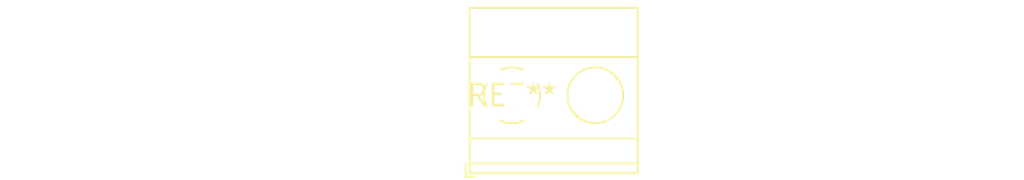
<source format=kicad_pcb>
(kicad_pcb (version 20240108) (generator pcbnew)
  (layers (0 "F.Cu" signal) (31 "B.Cu" signal) (34 "B.Paste" user) (35 "F.Paste" user) (36 "B.SilkS" user "B.Silkscreen") (37 "F.SilkS" user "F.Silkscreen") (38 "B.Mask" user) (39 "F.Mask" user) (44 "Edge.Cuts" user))
  (net 0 "")
  (footprint "TerminalBlock_Phoenix_MKDS-1,5-2_1x02_P5.00mm_Horizontal" (layer "F.Cu") (at 0 0)
    (property "Reference" "REF**")
    (property "Value" "TerminalBlock_Phoenix_MKDS-1,5-2_1x02_P5.00mm_Horizontal")
    (fp_line (start -2.8 4.16) (end -2.8 4.9) (layer "F.SilkS") (stroke (width 0.12)))
    (fp_line (start -2.8 4.9) (end -2.3 4.9) (layer "F.SilkS") (stroke (width 0.12)))
    (fp_line (start -2.56 -5.261) (end -2.56 4.66) (layer "F.SilkS") (stroke (width 0.12)))
    (fp_line (start -2.56 -5.261) (end 7.56 -5.261) (layer "F.SilkS") (stroke (width 0.12)))
    (fp_line (start -2.56 -2.301) (end 7.56 -2.301) (layer "F.SilkS") (stroke (width 0.12)))
    (fp_line (start -2.56 2.6) (end 7.56 2.6) (layer "F.SilkS") (stroke (width 0.12)))
    (fp_line (start -2.56 4.1) (end 7.56 4.1) (layer "F.SilkS") (stroke (width 0.12)))
    (fp_line (start -2.56 4.66) (end 7.56 4.66) (layer "F.SilkS") (stroke (width 0.12)))
    (fp_line (start 3.773 1.023) (end 3.726 1.069) (layer "F.SilkS") (stroke (width 0.12)))
    (fp_line (start 3.966 1.239) (end 3.931 1.274) (layer "F.SilkS") (stroke (width 0.12)))
    (fp_line (start 6.07 -1.275) (end 6.035 -1.239) (layer "F.SilkS") (stroke (width 0.12)))
    (fp_line (start 6.275 -1.069) (end 6.228 -1.023) (layer "F.SilkS") (stroke (width 0.12)))
    (fp_line (start 7.56 -5.261) (end 7.56 4.66) (layer "F.SilkS") (stroke (width 0.12)))
    (fp_arc (start -1.535427 0.683042) (mid -1.680501 -0.000524) (end -1.535 -0.684) (layer "F.SilkS") (stroke (width 0.12)))
    (fp_arc (start -0.683042 -1.535427) (mid 0.000524 -1.680501) (end 0.684 -1.535) (layer "F.SilkS") (stroke (width 0.12)))
    (fp_arc (start 0.028805 1.680253) (mid -0.335551 1.646659) (end -0.684 1.535) (layer "F.SilkS") (stroke (width 0.12)))
    (fp_arc (start 0.683318 1.534756) (mid 0.349292 1.643288) (end 0 1.68) (layer "F.SilkS") (stroke (width 0.12)))
    (fp_arc (start 1.535427 -0.683042) (mid 1.680501 0.000524) (end 1.535 0.684) (layer "F.SilkS") (stroke (width 0.12)))
    (fp_circle (center 5 0) (end 6.68 0) (layer "F.SilkS") (stroke (width 0.12)) (fill none))
    (pad "1" thru_hole rect (at 0 0) (size 2.6 2.6) (drill 1.3) (layers *.Cu *.Mask) (remove_unused_layers))
    (pad "2" thru_hole circle (at 5 0) (size 2.6 2.6) (drill 1.3) (layers *.Cu *.Mask) (remove_unused_layers))
  )
)
</source>
